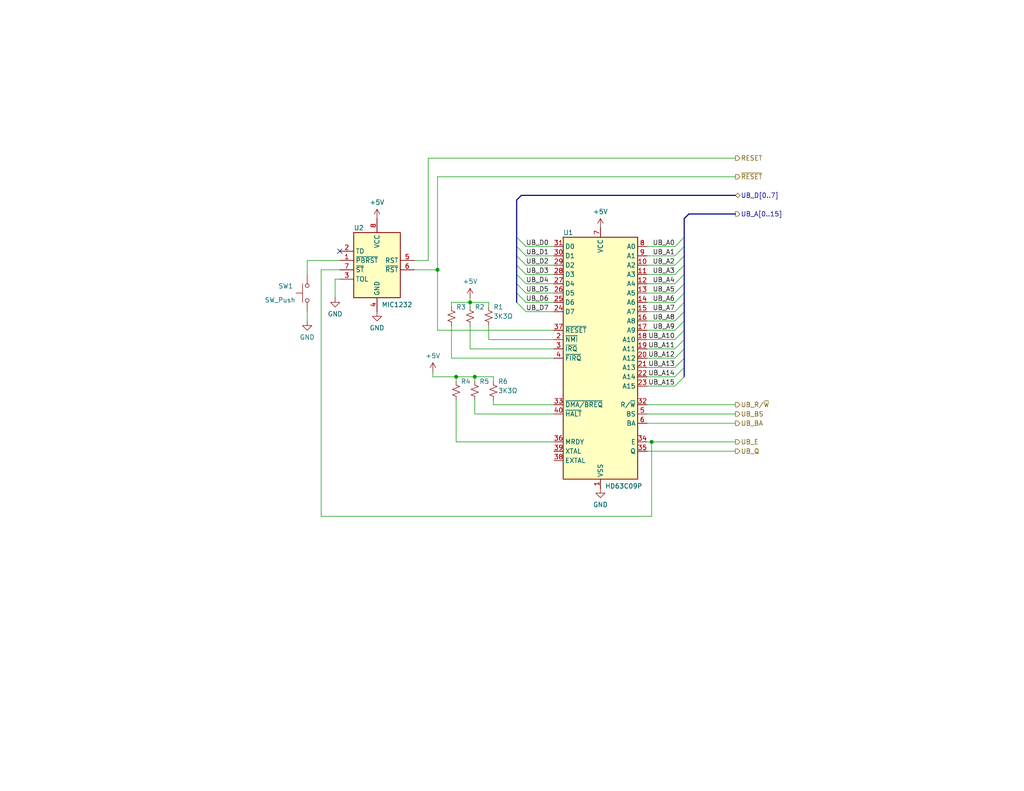
<source format=kicad_sch>
(kicad_sch (version 20250114) (generator "eeschema") (generator_version "9.0")
  (paper "USLetter")
  (title_block (title "Reset and CPU") (date "2025-09-11") (rev "2.0") (company "MicroHobbyist") (comment 1 "Frédéric Segard"))
  (lib_symbols
    (symbol "6309 v2.0:MIC1232"
      (property "Reference" "U" (at -5.842 1.016 0))
      (property "Value" "MIC1232" (at 4.826 -19.558 0))
      (symbol "MIC1232_1_1"
        (rectangle (start -6.35 0) (end 6.35 -17.78) (stroke (width 0.254)) (fill (type background)))
        (pin input line (at -10.16 -5.08 0) (length 3.81) (name "TD") (number "2"))
        (pin input line (at -10.16 -7.62 0) (length 3.81) (name "~{PBRST}") (number "1"))
        (pin input line (at -10.16 -10.16 0) (length 3.81) (name "~{ST}") (number "7"))
        (pin input line (at -10.16 -12.7 0) (length 3.81) (name "TOL") (number "3"))
        (pin power_in line (at 0 3.81 270) (length 3.81) (name "VCC") (number "8"))
        (pin power_in line (at 0 -21.59 90) (length 3.81) (name "GND") (number "4"))
        (pin output line (at 10.16 -7.62 180) (length 3.81) (name "RST") (number "5"))
        (pin output line (at 10.16 -10.16 180) (length 3.81) (name "~{RST}") (number "6"))
      )
    )
    (symbol "CPU_NXP_6800:MC6809"
      (property "Reference" "U" (at -7.62 34.29 0))
      (property "Value" "MC6809" (at 10.16 34.29 0))
      (symbol "MC6809_0_1"
        (rectangle (start -10.16 -33.02) (end 10.16 33.02) (stroke (width 0.254)) (fill (type background)))
      )
      (symbol "MC6809_1_1"
        (pin bidirectional line (at -12.7 30.48 0) (length 2.54) (name "D0") (number "31"))
        (pin bidirectional line (at -12.7 27.94 0) (length 2.54) (name "D1") (number "30"))
        (pin bidirectional line (at -12.7 25.4 0) (length 2.54) (name "D2") (number "29"))
        (pin bidirectional line (at -12.7 22.86 0) (length 2.54) (name "D3") (number "28"))
        (pin bidirectional line (at -12.7 20.32 0) (length 2.54) (name "D4") (number "27"))
        (pin bidirectional line (at -12.7 17.78 0) (length 2.54) (name "D5") (number "26"))
        (pin bidirectional line (at -12.7 15.24 0) (length 2.54) (name "D6") (number "25"))
        (pin bidirectional line (at -12.7 12.7 0) (length 2.54) (name "D7") (number "24"))
        (pin input line (at -12.7 7.62 0) (length 2.54) (name "~{RESET}") (number "37"))
        (pin input line (at -12.7 5.08 0) (length 2.54) (name "~{NMI}") (number "2"))
        (pin input line (at -12.7 2.54 0) (length 2.54) (name "~{IRQ}") (number "3"))
        (pin input line (at -12.7 0 0) (length 2.54) (name "~{FIRQ}") (number "4"))
        (pin input line (at -12.7 -12.7 0) (length 2.54) (name "~{DMA/BREQ}") (number "33"))
        (pin input line (at -12.7 -15.24 0) (length 2.54) (name "~{HALT}") (number "40"))
        (pin input line (at -12.7 -22.86 0) (length 2.54) (name "MRDY") (number "36"))
        (pin input line (at -12.7 -25.4 0) (length 2.54) (name "XTAL") (number "39"))
        (pin input line (at -12.7 -27.94 0) (length 2.54) (name "EXTAL") (number "38"))
        (pin power_in line (at 0 35.56 270) (length 2.54) (name "VCC") (number "7"))
        (pin power_in line (at 0 -35.56 90) (length 2.54) (name "VSS") (number "1"))
        (pin output line (at 12.7 30.48 180) (length 2.54) (name "A0") (number "8"))
        (pin output line (at 12.7 27.94 180) (length 2.54) (name "A1") (number "9"))
        (pin output line (at 12.7 25.4 180) (length 2.54) (name "A2") (number "10"))
        (pin output line (at 12.7 22.86 180) (length 2.54) (name "A3") (number "11"))
        (pin output line (at 12.7 20.32 180) (length 2.54) (name "A4") (number "12"))
        (pin output line (at 12.7 17.78 180) (length 2.54) (name "A5") (number "13"))
        (pin output line (at 12.7 15.24 180) (length 2.54) (name "A6") (number "14"))
        (pin output line (at 12.7 12.7 180) (length 2.54) (name "A7") (number "15"))
        (pin output line (at 12.7 10.16 180) (length 2.54) (name "A8") (number "16"))
        (pin output line (at 12.7 7.62 180) (length 2.54) (name "A9") (number "17"))
        (pin output line (at 12.7 5.08 180) (length 2.54) (name "A10") (number "18"))
        (pin output line (at 12.7 2.54 180) (length 2.54) (name "A11") (number "19"))
        (pin output line (at 12.7 0 180) (length 2.54) (name "A12") (number "20"))
        (pin output line (at 12.7 -2.54 180) (length 2.54) (name "A13") (number "21"))
        (pin output line (at 12.7 -5.08 180) (length 2.54) (name "A14") (number "22"))
        (pin output line (at 12.7 -7.62 180) (length 2.54) (name "A15") (number "23"))
        (pin output line (at 12.7 -12.7 180) (length 2.54) (name "R/~{W}") (number "32"))
        (pin output line (at 12.7 -15.24 180) (length 2.54) (name "BS") (number "5"))
        (pin output line (at 12.7 -17.78 180) (length 2.54) (name "BA") (number "6"))
        (pin output line (at 12.7 -22.86 180) (length 2.54) (name "E") (number "34"))
        (pin output line (at 12.7 -25.4 180) (length 2.54) (name "Q") (number "35"))
      )
    )
    (symbol "Device:R_Small_US" (pin_numbers (hide yes)) (pin_names (offset 0.254) (hide yes))
      (property "Reference" "R" (at 0.762 0.508 0))
      (property "Value" "R_Small_US" (at 0.762 -1.016 0))
      (symbol "R_Small_US_1_1"
        (polyline (pts (xy 0 1.524) (xy 1.016 1.143) (xy 0 0.762) (xy -1.016 0.381) (xy 0 0)))
        (polyline (pts (xy 0 0) (xy 1.016 -0.381) (xy 0 -0.762) (xy -1.016 -1.143) (xy 0 -1.524)))
        (pin passive line (at 0 2.54 270) (length 1.016) (name "~") (number "1"))
        (pin passive line (at 0 -2.54 90) (length 1.016) (name "~") (number "2"))
      )
    )
    (symbol "Switch:SW_Push" (pin_numbers (hide yes)) (pin_names (offset 1.016) (hide yes))
      (property "Reference" "SW" (at 1.27 2.54 0))
      (property "Value" "SW_Push" (at 0 -1.524 0))
      (symbol "SW_Push_0_1"
        (circle (center -2.032 0) (radius 0.508))
        (polyline (pts (xy 0 1.27) (xy 0 3.048)))
        (circle (center 2.032 0) (radius 0.508))
        (polyline (pts (xy 2.54 1.27) (xy -2.54 1.27)))
        (pin passive line (at -5.08 0 0) (length 2.54) (name "1") (number "1"))
        (pin passive line (at 5.08 0 180) (length 2.54) (name "2") (number "2"))
      )
    )
    (symbol "power:+5V" (power) (pin_numbers (hide yes)) (pin_names (offset 0) (hide yes))
      (property "Value" "+5V" (at 0 3.556 0))
      (symbol "+5V_0_1"
        (polyline (pts (xy -0.762 1.27) (xy 0 2.54)))
        (polyline (pts (xy 0 2.54) (xy 0.762 1.27)))
        (polyline (pts (xy 0 0) (xy 0 2.54)))
      )
      (symbol "+5V_1_1"
        (pin power_in line (at 0 0 90) (length 0) (name "~") (number "1"))
      )
    )
    (symbol "power:GND" (power) (pin_numbers (hide yes)) (pin_names (offset 0) (hide yes))
      (property "Value" "GND" (at 0 -3.81 0))
      (symbol "GND_0_1"
        (polyline (pts (xy 0 0) (xy 0 -1.27) (xy 1.27 -1.27) (xy 0 -2.54) (xy -1.27 -1.27) (xy 0 -1.27)))
      )
      (symbol "GND_1_1"
        (pin power_in line (at 0 0 270) (length 0) (name "~") (number "1"))
      )
    )
  )
  (junction (at 129.54 102.87))
  (junction (at 177.8 120.65))
  (junction (at 124.46 102.87))
  (junction (at 128.27 82.55))
  (junction (at 119.38 73.66))
  (no_connect (at 92.71 68.58))
  (bus_entry (at 184.15 72.39) (size 2.54 -2.54))
  (bus_entry (at 140.97 74.93) (size 2.54 2.54))
  (bus_entry (at 184.15 95.25) (size 2.54 -2.54))
  (bus_entry (at 140.97 72.39) (size 2.54 2.54))
  (bus_entry (at 184.15 80.01) (size 2.54 -2.54))
  (bus_entry (at 184.15 100.33) (size 2.54 -2.54))
  (bus_entry (at 184.15 77.47) (size 2.54 -2.54))
  (bus_entry (at 184.15 69.85) (size 2.54 -2.54))
  (bus_entry (at 184.15 102.87) (size 2.54 -2.54))
  (bus_entry (at 140.97 77.47) (size 2.54 2.54))
  (bus_entry (at 140.97 82.55) (size 2.54 2.54))
  (bus_entry (at 140.97 67.31) (size 2.54 2.54))
  (bus_entry (at 184.15 105.41) (size 2.54 -2.54))
  (bus_entry (at 184.15 82.55) (size 2.54 -2.54))
  (bus_entry (at 184.15 87.63) (size 2.54 -2.54))
  (bus_entry (at 184.15 90.17) (size 2.54 -2.54))
  (bus_entry (at 184.15 97.79) (size 2.54 -2.54))
  (bus_entry (at 140.97 69.85) (size 2.54 2.54))
  (bus_entry (at 184.15 85.09) (size 2.54 -2.54))
  (bus_entry (at 184.15 67.31) (size 2.54 -2.54))
  (bus_entry (at 184.15 92.71) (size 2.54 -2.54))
  (bus_entry (at 140.97 80.01) (size 2.54 2.54))
  (bus_entry (at 140.97 64.77) (size 2.54 2.54))
  (bus_entry (at 184.15 74.93) (size 2.54 -2.54))
  (wire (pts (xy 176.53 97.79) (xy 184.15 97.79)))
  (wire (pts (xy 176.53 82.55) (xy 184.15 82.55)))
  (wire (pts (xy 176.53 95.25) (xy 184.15 95.25)))
  (wire (pts (xy 176.53 69.85) (xy 184.15 69.85)))
  (wire (pts (xy 176.53 102.87) (xy 184.15 102.87)))
  (bus (pts (xy 140.97 67.31) (xy 140.97 64.77)))
  (bus (pts (xy 186.69 74.93) (xy 186.69 77.47)))
  (wire (pts (xy 129.54 113.03) (xy 151.13 113.03)))
  (wire (pts (xy 176.53 123.19) (xy 200.66 123.19)))
  (wire (pts (xy 176.53 87.63) (xy 184.15 87.63)))
  (wire (pts (xy 176.53 90.17) (xy 184.15 90.17)))
  (bus (pts (xy 186.69 77.47) (xy 186.69 80.01)))
  (wire (pts (xy 119.38 48.26) (xy 200.66 48.26)))
  (wire (pts (xy 91.44 76.2) (xy 92.71 76.2)))
  (wire (pts (xy 119.38 90.17) (xy 151.13 90.17)))
  (wire (pts (xy 124.46 102.87) (xy 124.46 104.14)))
  (wire (pts (xy 129.54 102.87) (xy 134.62 102.87)))
  (wire (pts (xy 176.53 85.09) (xy 184.15 85.09)))
  (bus (pts (xy 186.69 59.69) (xy 187.96 58.42)))
  (bus (pts (xy 187.96 58.42) (xy 200.66 58.42)))
  (wire (pts (xy 123.19 97.79) (xy 151.13 97.79)))
  (wire (pts (xy 113.03 73.66) (xy 119.38 73.66)))
  (wire (pts (xy 176.53 120.65) (xy 177.8 120.65)))
  (bus (pts (xy 186.69 87.63) (xy 186.69 90.17)))
  (wire (pts (xy 123.19 82.55) (xy 123.19 83.82)))
  (bus (pts (xy 140.97 72.39) (xy 140.97 69.85)))
  (wire (pts (xy 176.53 115.57) (xy 200.66 115.57)))
  (wire (pts (xy 143.51 80.01) (xy 151.13 80.01)))
  (wire (pts (xy 134.62 102.87) (xy 134.62 104.14)))
  (wire (pts (xy 87.63 73.66) (xy 87.63 140.97)))
  (wire (pts (xy 177.8 120.65) (xy 200.66 120.65)))
  (wire (pts (xy 134.62 109.22) (xy 134.62 110.49)))
  (wire (pts (xy 118.11 102.87) (xy 124.46 102.87)))
  (bus (pts (xy 186.69 82.55) (xy 186.69 85.09)))
  (wire (pts (xy 176.53 100.33) (xy 184.15 100.33)))
  (wire (pts (xy 176.53 92.71) (xy 184.15 92.71)))
  (wire (pts (xy 83.82 71.12) (xy 83.82 74.93)))
  (wire (pts (xy 134.62 110.49) (xy 151.13 110.49)))
  (wire (pts (xy 124.46 120.65) (xy 151.13 120.65)))
  (wire (pts (xy 176.53 67.31) (xy 184.15 67.31)))
  (wire (pts (xy 143.51 67.31) (xy 151.13 67.31)))
  (bus (pts (xy 186.69 85.09) (xy 186.69 87.63)))
  (wire (pts (xy 87.63 73.66) (xy 92.71 73.66)))
  (wire (pts (xy 83.82 71.12) (xy 92.71 71.12)))
  (bus (pts (xy 186.69 92.71) (xy 186.69 95.25)))
  (wire (pts (xy 143.51 74.93) (xy 151.13 74.93)))
  (wire (pts (xy 87.63 140.97) (xy 177.8 140.97)))
  (wire (pts (xy 128.27 82.55) (xy 128.27 83.82)))
  (wire (pts (xy 91.44 76.2) (xy 91.44 81.28)))
  (wire (pts (xy 123.19 82.55) (xy 128.27 82.55)))
  (bus (pts (xy 140.97 80.01) (xy 140.97 77.47)))
  (wire (pts (xy 176.53 105.41) (xy 184.15 105.41)))
  (wire (pts (xy 113.03 71.12) (xy 116.84 71.12)))
  (wire (pts (xy 129.54 102.87) (xy 129.54 104.14)))
  (wire (pts (xy 133.35 88.9) (xy 133.35 92.71)))
  (wire (pts (xy 176.53 77.47) (xy 184.15 77.47)))
  (wire (pts (xy 116.84 43.18) (xy 116.84 71.12)))
  (wire (pts (xy 143.51 85.09) (xy 151.13 85.09)))
  (wire (pts (xy 143.51 72.39) (xy 151.13 72.39)))
  (wire (pts (xy 118.11 101.6) (xy 118.11 102.87)))
  (wire (pts (xy 143.51 82.55) (xy 151.13 82.55)))
  (bus (pts (xy 140.97 69.85) (xy 140.97 67.31)))
  (wire (pts (xy 143.51 69.85) (xy 151.13 69.85)))
  (bus (pts (xy 186.69 67.31) (xy 186.69 69.85)))
  (wire (pts (xy 143.51 77.47) (xy 151.13 77.47)))
  (wire (pts (xy 83.82 85.09) (xy 83.82 87.63)))
  (wire (pts (xy 133.35 82.55) (xy 133.35 83.82)))
  (bus (pts (xy 186.69 90.17) (xy 186.69 92.71)))
  (wire (pts (xy 133.35 92.71) (xy 151.13 92.71)))
  (bus (pts (xy 140.97 54.61) (xy 142.24 53.34)))
  (bus (pts (xy 186.69 69.85) (xy 186.69 72.39)))
  (wire (pts (xy 177.8 120.65) (xy 177.8 140.97)))
  (bus (pts (xy 140.97 77.47) (xy 140.97 74.93)))
  (wire (pts (xy 123.19 88.9) (xy 123.19 97.79)))
  (bus (pts (xy 186.69 64.77) (xy 186.69 67.31)))
  (wire (pts (xy 176.53 80.01) (xy 184.15 80.01)))
  (bus (pts (xy 186.69 97.79) (xy 186.69 100.33)))
  (wire (pts (xy 128.27 95.25) (xy 151.13 95.25)))
  (wire (pts (xy 119.38 73.66) (xy 119.38 90.17)))
  (bus (pts (xy 140.97 82.55) (xy 140.97 80.01)))
  (bus (pts (xy 140.97 64.77) (xy 140.97 54.61)))
  (wire (pts (xy 176.53 113.03) (xy 200.66 113.03)))
  (wire (pts (xy 128.27 81.28) (xy 128.27 82.55)))
  (wire (pts (xy 176.53 72.39) (xy 184.15 72.39)))
  (wire (pts (xy 128.27 82.55) (xy 133.35 82.55)))
  (wire (pts (xy 176.53 74.93) (xy 184.15 74.93)))
  (bus (pts (xy 186.69 72.39) (xy 186.69 74.93)))
  (bus (pts (xy 186.69 80.01) (xy 186.69 82.55)))
  (bus (pts (xy 186.69 59.69) (xy 186.69 64.77)))
  (bus (pts (xy 186.69 100.33) (xy 186.69 102.87)))
  (wire (pts (xy 128.27 88.9) (xy 128.27 95.25)))
  (bus (pts (xy 186.69 95.25) (xy 186.69 97.79)))
  (wire (pts (xy 124.46 102.87) (xy 129.54 102.87)))
  (wire (pts (xy 176.53 110.49) (xy 200.66 110.49)))
  (wire (pts (xy 116.84 43.18) (xy 200.66 43.18)))
  (wire (pts (xy 129.54 109.22) (xy 129.54 113.03)))
  (wire (pts (xy 124.46 109.22) (xy 124.46 120.65)))
  (bus (pts (xy 140.97 74.93) (xy 140.97 72.39)))
  (wire (pts (xy 119.38 48.26) (xy 119.38 73.66)))
  (bus (pts (xy 142.24 53.34) (xy 200.66 53.34)))
  (label "UB_A9" (at 184.15 90.17 180))
  (label "UB_A6" (at 184.15 82.55 180))
  (label "UB_D5" (at 143.51 80.01 0))
  (label "UB_D2" (at 143.51 72.39 0))
  (label "UB_A4" (at 184.15 77.47 180))
  (label "UB_D6" (at 143.51 82.55 0))
  (label "UB_A2" (at 184.15 72.39 180))
  (label "UB_A13" (at 184.15 100.33 180))
  (label "UB_A11" (at 184.15 95.25 180))
  (label "UB_A8" (at 184.15 87.63 180))
  (label "UB_A1" (at 184.15 69.85 180))
  (label "UB_D0" (at 143.51 67.31 0))
  (label "UB_A15" (at 184.15 105.41 180))
  (label "UB_A14" (at 184.15 102.87 180))
  (label "UB_D4" (at 143.51 77.47 0))
  (label "UB_A7" (at 184.15 85.09 180))
  (label "UB_D3" (at 143.51 74.93 0))
  (label "UB_D7" (at 143.51 85.09 0))
  (label "UB_A10" (at 184.15 92.71 180))
  (label "UB_A0" (at 184.15 67.31 180))
  (label "UB_A3" (at 184.15 74.93 180))
  (label "UB_A12" (at 184.15 97.79 180))
  (label "UB_A5" (at 184.15 80.01 180))
  (label "UB_D1" (at 143.51 69.85 0))
  (hierarchical_label "UB_E" (shape output) (at 200.66 120.65 0))
  (hierarchical_label "UB_Q" (shape output) (at 200.66 123.19 0))
  (hierarchical_label "UB_A[0..15]" (shape output) (at 200.66 58.42 0))
  (hierarchical_label "UB_R{slash}~{W}" (shape output) (at 200.66 110.49 0))
  (hierarchical_label "RESET" (shape output) (at 200.66 43.18 0))
  (hierarchical_label "UB_BA" (shape output) (at 200.66 115.57 0))
  (hierarchical_label "UB_D[0..7]" (shape bidirectional) (at 200.66 53.34 0))
  (hierarchical_label "UB_BS" (shape output) (at 200.66 113.03 0))
  (hierarchical_label "~{RESET}" (shape output) (at 200.66 48.26 0))
  (symbol (lib_id "Device:R_Small_US") (at 124.46 106.68 0) (unit 1)
    (property "Reference" "R4" (at 125.73 104.14 0) (effects (justify left)))
    (property "Value" "3K3Ω" (effects (hide yes)))
    (property "Description" "Resistor, small US symbol" (effects (hide yes)))
  )
  (symbol (lib_id "power:GND") (at 163.83 133.35 0) (unit 1)
    (property "Reference" "#PWR03" (effects (hide yes)))
    (property "Value" "GND" (at 163.83 137.795 0))
    (property "Description" "Power symbol creates a global label with name \"GND\" , ground" (effects (hide yes)))
  )
  (symbol (lib_id "power:+5V") (at 118.11 101.6 0) (unit 1)
    (property "Reference" "#PWR06" (effects (hide yes)))
    (property "Value" "+5V" (at 118.11 97.155 0))
    (property "Description" "Power symbol creates a global label with name \"+5V\"" (effects (hide yes)))
  )
  (symbol (lib_id "power:GND") (at 91.44 81.28 0) (unit 1)
    (property "Reference" "#PWR07" (effects (hide yes)))
    (property "Value" "GND" (at 91.44 85.725 0))
    (property "Description" "Power symbol creates a global label with name \"GND\" , ground" (effects (hide yes)))
  )
  (symbol (lib_id "power:+5V") (at 163.83 62.23 0) (unit 1)
    (property "Reference" "#PWR01" (effects (hide yes)))
    (property "Value" "+5V" (at 163.83 57.785 0))
    (property "Description" "Power symbol creates a global label with name \"+5V\"" (effects (hide yes)))
  )
  (symbol (lib_id "CPU_NXP_6800:MC6809") (at 163.83 97.79 0) (unit 1)
    (property "Reference" "U1" (at 153.67 63.5 0) (effects (justify left)))
    (property "Value" "HD63C09P" (at 165.1 132.715 0) (effects (justify left)))
    (property "Footprint" "Package_DIP:DIP-40_W15.24mm" (effects (hide yes)))
    (property "Datasheet" "http://pdf.datasheetcatalog.com/datasheet/motorola/MC68B09S.pdf" (effects (hide yes)))
    (property "Description" "8-Bit Microprocessing unit 1.0MHz, DIP-40" (effects (hide yes)))
  )
  (symbol (lib_id "power:+5V") (at 102.87 59.69 0) (unit 1)
    (property "Reference" "#PWR02" (effects (hide yes)))
    (property "Value" "+5V" (at 102.87 55.245 0))
    (property "Description" "Power symbol creates a global label with name \"+5V\"" (effects (hide yes)))
  )
  (symbol (lib_id "Switch:SW_Push") (at 83.82 80.01 90) (unit 1)
    (property "Reference" "SW1" (at 80.01 78.105 90) (effects (justify left)))
    (property "Value" "SW_Push" (at 80.645 81.915 90) (effects (justify left)))
    (property "Description" "Push button switch, generic, two pins" (effects (hide yes)))
  )
  (symbol (lib_id "Device:R_Small_US") (at 123.19 86.36 0) (unit 1)
    (property "Reference" "R3" (at 124.46 83.82 0) (effects (justify left)))
    (property "Value" "3K3Ω" (effects (hide yes)))
    (property "Description" "Resistor, small US symbol" (effects (hide yes)))
  )
  (symbol (lib_id "Device:R_Small_US") (at 129.54 106.68 0) (unit 1)
    (property "Reference" "R5" (at 130.81 104.14 0) (effects (justify left)))
    (property "Value" "3K3Ω" (effects (hide yes)))
    (property "Description" "Resistor, small US symbol" (effects (hide yes)))
  )
  (symbol (lib_id "power:GND") (at 102.87 85.09 0) (unit 1)
    (property "Reference" "#PWR04" (effects (hide yes)))
    (property "Value" "GND" (at 102.87 89.535 0))
    (property "Description" "Power symbol creates a global label with name \"GND\" , ground" (effects (hide yes)))
  )
  (symbol (lib_id "Device:R_Small_US") (at 134.62 106.68 0) (unit 1)
    (property "Reference" "R6" (at 135.89 104.14 0) (effects (justify left)))
    (property "Value" "3K3Ω" (at 135.89 106.68 0) (effects (justify left)))
    (property "Description" "Resistor, small US symbol" (effects (hide yes)))
  )
  (symbol (lib_id "6309 v2.0:MIC1232") (at 102.87 63.5 0) (unit 1)
    (property "Reference" "U2" (at 96.52 62.23 0) (effects (justify left)))
    (property "Value" "MIC1232" (at 104.14 83.185 0) (effects (justify left)))
    (property "Footprint" "Package_DIP:DIP-8_W7.62mm_Socket" (effects (hide yes)))
    (property "Datasheet" "https://ww1.microchip.com/downloads/aemDocuments/documents/APID/ProductDocuments/DataSheets/MIC1232-5V-Voltage-Supervisor-with-Manual-Reset-Watchdog-Timer-and-Dual-Reset-Outputs-DS20006726.pdf" (effects (hide yes)))
    (property "Description" "5V Voltage Supervisor with Manual Reset, Watchdog Timer, and Dual Reset Outputs" (effects (hide yes)))
  )
  (symbol (lib_id "power:+5V") (at 128.27 81.28 0) (unit 1)
    (property "Reference" "#PWR05" (effects (hide yes)))
    (property "Value" "+5V" (at 128.27 76.835 0))
    (property "Description" "Power symbol creates a global label with name \"+5V\"" (effects (hide yes)))
  )
  (symbol (lib_id "power:GND") (at 83.82 87.63 0) (unit 1)
    (property "Reference" "#PWR08" (effects (hide yes)))
    (property "Value" "GND" (at 83.82 92.075 0))
    (property "Description" "Power symbol creates a global label with name \"GND\" , ground" (effects (hide yes)))
  )
  (symbol (lib_id "Device:R_Small_US") (at 133.35 86.36 0) (unit 1)
    (property "Reference" "R1" (at 134.62 83.82 0) (effects (justify left)))
    (property "Value" "3K3Ω" (at 134.62 86.36 0) (effects (justify left)))
    (property "Description" "Resistor, small US symbol" (effects (hide yes)))
  )
  (symbol (lib_id "Device:R_Small_US") (at 128.27 86.36 0) (unit 1)
    (property "Reference" "R2" (at 129.54 83.82 0) (effects (justify left)))
    (property "Value" "3K3Ω" (effects (hide yes)))
    (property "Description" "Resistor, small US symbol" (effects (hide yes)))
  )
)
</source>
